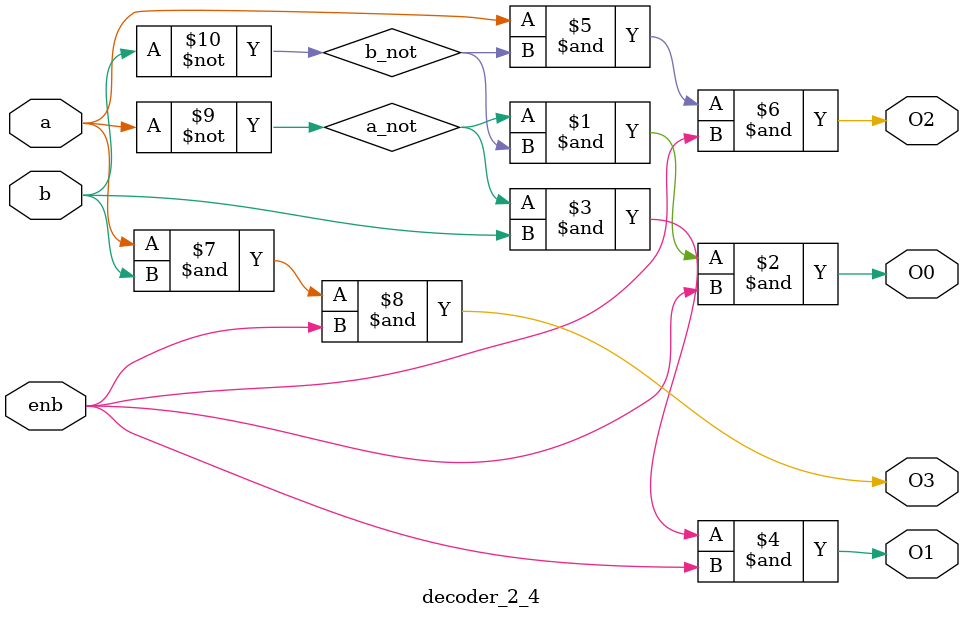
<source format=v>
module decoder_2_4(a,b,enb,O0,O1,O2,O3);
    input a,b,enb;
    output O0,O1,O2,O3;
    not g1(a_not, a);
    not g2(b_not, b);
    and g3(O0, a_not, b_not, enb);
    and g4(O1, a_not, b, enb);
    and g5(O2, a, b_not, enb);
    and g6(O3, a, b, enb);
endmodule
</source>
